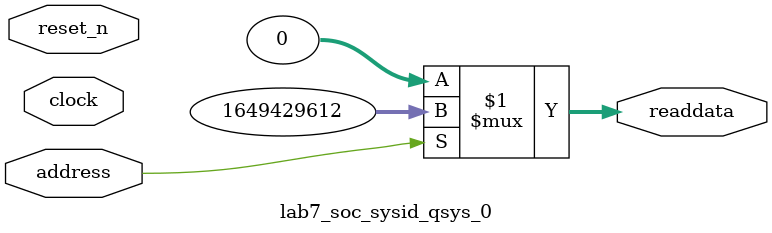
<source format=v>



// synthesis translate_off
`timescale 1ns / 1ps
// synthesis translate_on

// turn off superfluous verilog processor warnings 
// altera message_level Level1 
// altera message_off 10034 10035 10036 10037 10230 10240 10030 

module lab7_soc_sysid_qsys_0 (
               // inputs:
                address,
                clock,
                reset_n,

               // outputs:
                readdata
             )
;

  output  [ 31: 0] readdata;
  input            address;
  input            clock;
  input            reset_n;

  wire    [ 31: 0] readdata;
  //control_slave, which is an e_avalon_slave
  assign readdata = address ? 1649429612 : 0;

endmodule



</source>
